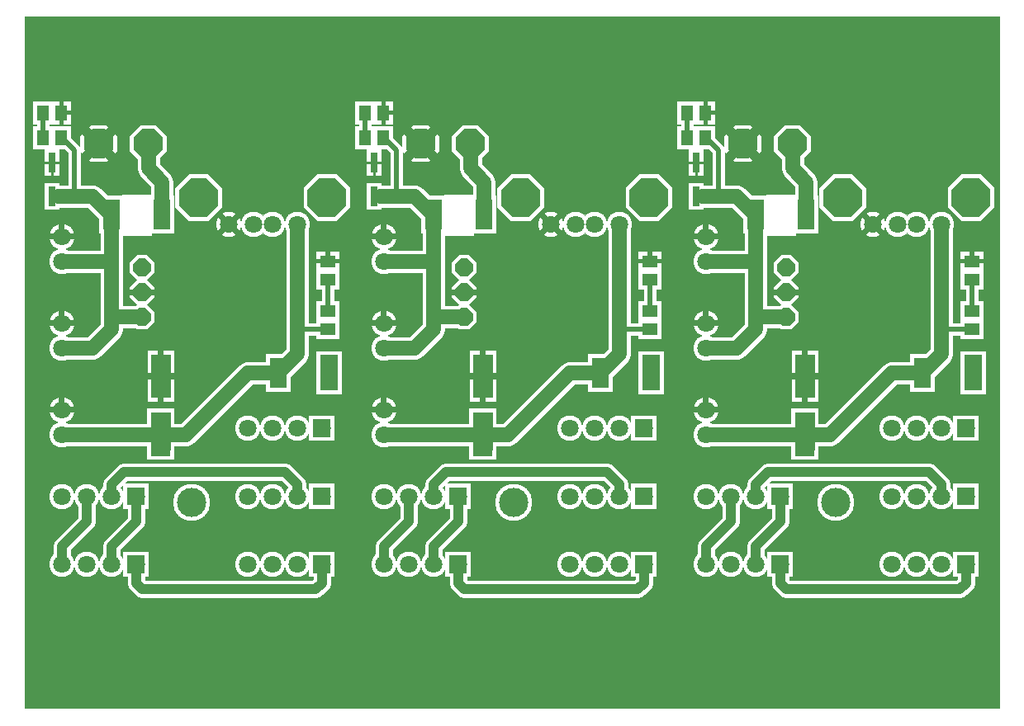
<source format=gbr>
%FSLAX34Y34*%
%MOMM*%
%LNCOPPER_TOP*%
G71*
G01*
%ADD10C, 2.60*%
%ADD11R, 2.58X3.95*%
%ADD12C, 2.30*%
%ADD13R, 2.10X2.40*%
%ADD14C, 1.30*%
%ADD15C, 0.10*%
%ADD16R, 1.60X2.80*%
%ADD17R, 2.80X4.80*%
%ADD18R, 2.80X5.30*%
%ADD19C, 1.80*%
%ADD20C, 3.80*%
%ADD21R, 2.40X2.10*%
%ADD22C, 1.00*%
%ADD23C, 0.60*%
%ADD24C, 0.67*%
%ADD25C, 0.27*%
%ADD26C, 0.43*%
%ADD27C, 1.80*%
%ADD28R, 1.78X3.15*%
%ADD29C, 1.50*%
%ADD30R, 1.30X1.60*%
%ADD31C, 0.50*%
%ADD32R, 0.80X2.00*%
%ADD33R, 2.00X4.00*%
%ADD34R, 2.00X4.50*%
%ADD35C, 3.00*%
%ADD36R, 1.60X1.30*%
%LPD*%
G36*
X0Y1000000D02*
X1000000Y1000000D01*
X1000000Y290000D01*
X0Y290000D01*
X0Y1000000D01*
G37*
%LPC*%
G36*
X146000Y862065D02*
X134885Y850950D01*
X119115Y850950D01*
X108000Y862065D01*
X108000Y877835D01*
X119115Y888950D01*
X134885Y888950D01*
X146000Y877835D01*
X146000Y862065D01*
G37*
G36*
X95200Y862065D02*
X84085Y850950D01*
X68315Y850950D01*
X57200Y862065D01*
X57200Y877835D01*
X68315Y888950D01*
X84085Y888950D01*
X95200Y877835D01*
X95200Y862065D01*
G37*
X38100Y749300D02*
G54D10*
D03*
X38100Y774700D02*
G54D10*
D03*
X38100Y660400D02*
G54D10*
D03*
X38100Y685800D02*
G54D10*
D03*
G36*
X57200Y877835D02*
X68315Y888950D01*
X84085Y888950D01*
X95200Y877835D01*
X95200Y862065D01*
X84085Y850950D01*
X68315Y850950D01*
X57200Y862065D01*
X57200Y877835D01*
G37*
X38100Y774700D02*
G54D10*
D03*
X38100Y685800D02*
G54D10*
D03*
X209550Y787400D02*
G54D10*
D03*
G36*
X126045Y755950D02*
X133650Y748345D01*
X133650Y737555D01*
X126045Y729950D01*
X115255Y729950D01*
X107650Y737555D01*
X107650Y748345D01*
X115255Y755950D01*
X126045Y755950D01*
G37*
G36*
X126045Y730550D02*
X133650Y722945D01*
X133650Y712155D01*
X126045Y704550D01*
X115255Y704550D01*
X107650Y712155D01*
X107650Y722945D01*
X115255Y730550D01*
X126045Y730550D01*
G37*
G36*
X126045Y705150D02*
X133650Y697545D01*
X133650Y686755D01*
X126045Y679150D01*
X115255Y679150D01*
X107650Y686755D01*
X107650Y697545D01*
X115255Y705150D01*
X126045Y705150D01*
G37*
G36*
X126045Y730550D02*
X133650Y722945D01*
X133650Y712155D01*
X126045Y704550D01*
X115255Y704550D01*
X107650Y712155D01*
X107650Y722945D01*
X115255Y730550D01*
X126045Y730550D01*
G37*
X140891Y796925D02*
G54D11*
D03*
X88900Y796925D02*
G54D11*
D03*
G54D12*
X127000Y869950D02*
X127000Y844550D01*
X141288Y830262D01*
X141288Y797322D01*
X140891Y796925D01*
X279400Y787400D02*
G54D10*
D03*
X254397Y787400D02*
G54D10*
D03*
X234553Y787400D02*
G54D10*
D03*
X209550Y787400D02*
G54D10*
D03*
G36*
X334158Y804427D02*
X320118Y790387D01*
X300198Y790387D01*
X286158Y804427D01*
X286158Y824347D01*
X300198Y838387D01*
X320118Y838387D01*
X334158Y824347D01*
X334158Y804427D01*
G37*
G36*
X202594Y804427D02*
X188554Y790387D01*
X168634Y790387D01*
X154594Y804427D01*
X154594Y824347D01*
X168634Y838387D01*
X188554Y838387D01*
X202594Y824347D01*
X202594Y804427D01*
G37*
G54D12*
X38100Y660400D02*
X69850Y660400D01*
X88900Y679450D01*
X88900Y796925D01*
G54D12*
X38100Y749300D02*
X88900Y749300D01*
X19050Y876300D02*
G54D13*
D03*
X38050Y876300D02*
G54D13*
D03*
X19050Y901700D02*
G54D13*
D03*
X38050Y901700D02*
G54D13*
D03*
G54D14*
X19050Y876300D02*
X19050Y901700D01*
G36*
X100012Y817562D02*
X130175Y817562D01*
X130175Y776288D01*
X100012Y776288D01*
X100012Y817562D01*
G37*
G54D15*
X100012Y817562D02*
X130175Y817562D01*
X130175Y776288D01*
X100012Y776288D01*
X100012Y817562D01*
X28575Y815975D02*
G54D16*
D03*
X28575Y850305D02*
G54D16*
D03*
G54D12*
X34925Y815975D02*
X69850Y815975D01*
X85725Y800100D01*
G54D14*
X38050Y876300D02*
X38100Y876300D01*
X50800Y863600D01*
X50800Y815975D01*
X139700Y628650D02*
G54D17*
D03*
X139700Y574675D02*
G54D17*
D03*
X139700Y631031D02*
G54D18*
D03*
G36*
X125700Y598397D02*
X153700Y598397D01*
X153700Y545397D01*
X125700Y545397D01*
X125700Y598397D01*
G37*
X228600Y577850D02*
G54D10*
D03*
X254000Y577850D02*
G54D10*
D03*
X279400Y577850D02*
G54D10*
D03*
X304800Y577850D02*
G54D10*
D03*
X228600Y508000D02*
G54D10*
D03*
X254000Y508000D02*
G54D10*
D03*
X279400Y508000D02*
G54D10*
D03*
X304800Y508000D02*
G54D10*
D03*
X38100Y508000D02*
G54D10*
D03*
X63500Y508000D02*
G54D10*
D03*
X88900Y508000D02*
G54D10*
D03*
X114300Y508000D02*
G54D10*
D03*
X38100Y438150D02*
G54D10*
D03*
X63500Y438150D02*
G54D10*
D03*
X88900Y438150D02*
G54D10*
D03*
X114300Y438150D02*
G54D10*
D03*
X228600Y438150D02*
G54D10*
D03*
X254000Y438150D02*
G54D10*
D03*
X279400Y438150D02*
G54D10*
D03*
X304800Y438150D02*
G54D10*
D03*
X38100Y571500D02*
G54D10*
D03*
X38100Y596900D02*
G54D10*
D03*
X38100Y596900D02*
G54D10*
D03*
G36*
X291800Y451150D02*
X317800Y451150D01*
X317800Y425150D01*
X291800Y425150D01*
X291800Y451150D01*
G37*
G36*
X101300Y521000D02*
X127300Y521000D01*
X127300Y495000D01*
X101300Y495000D01*
X101300Y521000D01*
G37*
G36*
X101300Y451150D02*
X127300Y451150D01*
X127300Y425150D01*
X101300Y425150D01*
X101300Y451150D01*
G37*
G36*
X291800Y521000D02*
X317800Y521000D01*
X317800Y495000D01*
X291800Y495000D01*
X291800Y521000D01*
G37*
G36*
X291800Y590850D02*
X317800Y590850D01*
X317800Y564850D01*
X291800Y564850D01*
X291800Y590850D01*
G37*
G54D19*
X114300Y438150D02*
X114300Y419100D01*
X120650Y412750D01*
X298450Y412750D01*
X304800Y419100D01*
X304800Y438150D01*
G54D19*
X88900Y438150D02*
X88900Y457200D01*
X114300Y482600D01*
X114300Y508000D01*
G54D19*
X88900Y508000D02*
X88900Y520700D01*
X101600Y533400D01*
X266700Y533400D01*
X279400Y520700D01*
X279400Y508000D01*
G54D19*
X38100Y438150D02*
X38100Y457200D01*
X63500Y482600D01*
X63500Y508000D01*
X171450Y501650D02*
G54D20*
D03*
G54D12*
X120650Y692150D02*
X88900Y692150D01*
X260350Y635000D02*
G54D11*
D03*
X312341Y635000D02*
G54D11*
D03*
G54D12*
X38100Y571500D02*
X139700Y571500D01*
G54D12*
X139700Y571500D02*
X165100Y571500D01*
X228600Y635000D01*
X260350Y635000D01*
G36*
X299341Y657000D02*
X325341Y657000D01*
X325341Y613000D01*
X299341Y613000D01*
X299341Y657000D01*
G37*
G54D12*
X260350Y635000D02*
X279400Y654050D01*
X279400Y787400D01*
X139700Y631030D02*
G54D18*
D03*
X28580Y850300D02*
G54D16*
D03*
X38050Y901700D02*
G54D13*
D03*
X311150Y749300D02*
G54D21*
D03*
X311150Y730300D02*
G54D21*
D03*
X311150Y698500D02*
G54D21*
D03*
X311150Y679500D02*
G54D21*
D03*
X311150Y749300D02*
G54D21*
D03*
G54D14*
X311150Y698500D02*
X311150Y730300D01*
G54D14*
X311150Y679500D02*
X279450Y679500D01*
X279400Y679450D01*
G36*
X476200Y862065D02*
X465085Y850950D01*
X449315Y850950D01*
X438200Y862065D01*
X438200Y877835D01*
X449315Y888950D01*
X465085Y888950D01*
X476200Y877835D01*
X476200Y862065D01*
G37*
G36*
X425400Y862065D02*
X414285Y850950D01*
X398515Y850950D01*
X387400Y862065D01*
X387400Y877835D01*
X398515Y888950D01*
X414285Y888950D01*
X425400Y877835D01*
X425400Y862065D01*
G37*
X368300Y749300D02*
G54D10*
D03*
X368300Y774700D02*
G54D10*
D03*
X368300Y660400D02*
G54D10*
D03*
X368300Y685800D02*
G54D10*
D03*
G36*
X387400Y877835D02*
X398515Y888950D01*
X414285Y888950D01*
X425400Y877835D01*
X425400Y862065D01*
X414285Y850950D01*
X398515Y850950D01*
X387400Y862065D01*
X387400Y877835D01*
G37*
X368300Y774700D02*
G54D10*
D03*
X368300Y685800D02*
G54D10*
D03*
X539750Y787400D02*
G54D10*
D03*
G36*
X456245Y755950D02*
X463850Y748345D01*
X463850Y737555D01*
X456245Y729950D01*
X445455Y729950D01*
X437850Y737555D01*
X437850Y748345D01*
X445455Y755950D01*
X456245Y755950D01*
G37*
G36*
X456245Y730550D02*
X463850Y722945D01*
X463850Y712155D01*
X456245Y704550D01*
X445455Y704550D01*
X437850Y712155D01*
X437850Y722945D01*
X445455Y730550D01*
X456245Y730550D01*
G37*
G36*
X456245Y705150D02*
X463850Y697545D01*
X463850Y686755D01*
X456245Y679150D01*
X445455Y679150D01*
X437850Y686755D01*
X437850Y697545D01*
X445455Y705150D01*
X456245Y705150D01*
G37*
G36*
X456245Y730550D02*
X463850Y722945D01*
X463850Y712155D01*
X456245Y704550D01*
X445455Y704550D01*
X437850Y712155D01*
X437850Y722945D01*
X445455Y730550D01*
X456245Y730550D01*
G37*
X471091Y796925D02*
G54D11*
D03*
X419100Y796925D02*
G54D11*
D03*
G54D12*
X457200Y869950D02*
X457200Y844550D01*
X471488Y830262D01*
X471488Y797322D01*
X471091Y796925D01*
X609600Y787400D02*
G54D10*
D03*
X584597Y787400D02*
G54D10*
D03*
X564753Y787400D02*
G54D10*
D03*
X539750Y787400D02*
G54D10*
D03*
G36*
X664358Y804428D02*
X650318Y790388D01*
X630398Y790388D01*
X616358Y804428D01*
X616358Y824348D01*
X630398Y838388D01*
X650318Y838388D01*
X664358Y824348D01*
X664358Y804428D01*
G37*
G36*
X532794Y804427D02*
X518754Y790387D01*
X498834Y790387D01*
X484794Y804427D01*
X484794Y824347D01*
X498834Y838387D01*
X518754Y838387D01*
X532794Y824347D01*
X532794Y804427D01*
G37*
G54D12*
X368300Y660400D02*
X400050Y660400D01*
X419100Y679450D01*
X419100Y796925D01*
G54D12*
X368300Y749300D02*
X419100Y749300D01*
X349250Y876300D02*
G54D13*
D03*
X368250Y876300D02*
G54D13*
D03*
X349250Y901700D02*
G54D13*
D03*
X368250Y901700D02*
G54D13*
D03*
G54D14*
X349250Y876300D02*
X349250Y901700D01*
G36*
X430212Y817562D02*
X460375Y817562D01*
X460375Y776288D01*
X430212Y776288D01*
X430212Y817562D01*
G37*
G54D15*
X430212Y817562D02*
X460375Y817562D01*
X460375Y776288D01*
X430212Y776288D01*
X430212Y817562D01*
X358775Y815975D02*
G54D16*
D03*
X358775Y850305D02*
G54D16*
D03*
G54D12*
X365125Y815975D02*
X400050Y815975D01*
X415925Y800100D01*
G54D14*
X368250Y876300D02*
X368300Y876300D01*
X381000Y863600D01*
X381000Y815975D01*
X469900Y628650D02*
G54D17*
D03*
X469900Y574675D02*
G54D17*
D03*
X469900Y631031D02*
G54D18*
D03*
G36*
X455900Y598397D02*
X483900Y598397D01*
X483900Y545397D01*
X455900Y545397D01*
X455900Y598397D01*
G37*
X558800Y577850D02*
G54D10*
D03*
X584200Y577850D02*
G54D10*
D03*
X609600Y577850D02*
G54D10*
D03*
X635000Y577850D02*
G54D10*
D03*
X558800Y508000D02*
G54D10*
D03*
X584200Y508000D02*
G54D10*
D03*
X609600Y508000D02*
G54D10*
D03*
X635000Y508000D02*
G54D10*
D03*
X368300Y508000D02*
G54D10*
D03*
X393700Y508000D02*
G54D10*
D03*
X419100Y508000D02*
G54D10*
D03*
X444500Y508000D02*
G54D10*
D03*
X368300Y438150D02*
G54D10*
D03*
X393700Y438150D02*
G54D10*
D03*
X419100Y438150D02*
G54D10*
D03*
X444500Y438150D02*
G54D10*
D03*
X558800Y438150D02*
G54D10*
D03*
X584200Y438150D02*
G54D10*
D03*
X609600Y438150D02*
G54D10*
D03*
X635000Y438150D02*
G54D10*
D03*
X368300Y571500D02*
G54D10*
D03*
X368300Y596900D02*
G54D10*
D03*
X368300Y596900D02*
G54D10*
D03*
G36*
X622000Y451150D02*
X648000Y451150D01*
X648000Y425150D01*
X622000Y425150D01*
X622000Y451150D01*
G37*
G36*
X431500Y521000D02*
X457500Y521000D01*
X457500Y495000D01*
X431500Y495000D01*
X431500Y521000D01*
G37*
G36*
X431500Y451150D02*
X457500Y451150D01*
X457500Y425150D01*
X431500Y425150D01*
X431500Y451150D01*
G37*
G36*
X622000Y521000D02*
X648000Y521000D01*
X648000Y495000D01*
X622000Y495000D01*
X622000Y521000D01*
G37*
G36*
X622000Y590850D02*
X648000Y590850D01*
X648000Y564850D01*
X622000Y564850D01*
X622000Y590850D01*
G37*
G54D19*
X444500Y438150D02*
X444500Y419100D01*
X450850Y412750D01*
X628650Y412750D01*
X635000Y419100D01*
X635000Y438150D01*
G54D19*
X419100Y438150D02*
X419100Y457200D01*
X444500Y482600D01*
X444500Y508000D01*
G54D19*
X419100Y508000D02*
X419100Y520700D01*
X431800Y533400D01*
X596900Y533400D01*
X609600Y520700D01*
X609600Y508000D01*
G54D19*
X368300Y438150D02*
X368300Y457200D01*
X393700Y482600D01*
X393700Y508000D01*
X501650Y501650D02*
G54D20*
D03*
G54D12*
X450850Y692150D02*
X419100Y692150D01*
X590550Y635000D02*
G54D11*
D03*
X642541Y635000D02*
G54D11*
D03*
G54D12*
X368300Y571500D02*
X469900Y571500D01*
G54D12*
X469900Y571500D02*
X495300Y571500D01*
X558800Y635000D01*
X590550Y635000D01*
G36*
X629541Y657000D02*
X655541Y657000D01*
X655541Y613000D01*
X629541Y613000D01*
X629541Y657000D01*
G37*
G54D12*
X590550Y635000D02*
X609600Y654050D01*
X609600Y787400D01*
X469900Y631030D02*
G54D18*
D03*
X358780Y850300D02*
G54D16*
D03*
X368250Y901700D02*
G54D13*
D03*
X641350Y749300D02*
G54D21*
D03*
X641350Y730300D02*
G54D21*
D03*
X641350Y698500D02*
G54D21*
D03*
X641350Y679500D02*
G54D21*
D03*
X641350Y749300D02*
G54D21*
D03*
G54D14*
X641350Y698500D02*
X641350Y730300D01*
G54D14*
X641350Y679500D02*
X609650Y679500D01*
X609600Y679450D01*
G36*
X806400Y862065D02*
X795285Y850950D01*
X779515Y850950D01*
X768400Y862065D01*
X768400Y877835D01*
X779515Y888950D01*
X795285Y888950D01*
X806400Y877835D01*
X806400Y862065D01*
G37*
G36*
X755600Y862065D02*
X744485Y850950D01*
X728715Y850950D01*
X717600Y862065D01*
X717600Y877835D01*
X728715Y888950D01*
X744485Y888950D01*
X755600Y877835D01*
X755600Y862065D01*
G37*
X698500Y749300D02*
G54D10*
D03*
X698500Y774700D02*
G54D10*
D03*
X698500Y660400D02*
G54D10*
D03*
X698500Y685800D02*
G54D10*
D03*
G36*
X717600Y877835D02*
X728715Y888950D01*
X744485Y888950D01*
X755600Y877835D01*
X755600Y862065D01*
X744485Y850950D01*
X728715Y850950D01*
X717600Y862065D01*
X717600Y877835D01*
G37*
X698500Y774700D02*
G54D10*
D03*
X698500Y685800D02*
G54D10*
D03*
X869950Y787400D02*
G54D10*
D03*
G36*
X786445Y755950D02*
X794050Y748345D01*
X794050Y737555D01*
X786445Y729950D01*
X775655Y729950D01*
X768050Y737555D01*
X768050Y748345D01*
X775655Y755950D01*
X786445Y755950D01*
G37*
G36*
X786445Y730550D02*
X794050Y722945D01*
X794050Y712155D01*
X786445Y704550D01*
X775655Y704550D01*
X768050Y712155D01*
X768050Y722945D01*
X775655Y730550D01*
X786445Y730550D01*
G37*
G36*
X786445Y705150D02*
X794050Y697545D01*
X794050Y686755D01*
X786445Y679150D01*
X775655Y679150D01*
X768050Y686755D01*
X768050Y697545D01*
X775655Y705150D01*
X786445Y705150D01*
G37*
G36*
X786445Y730550D02*
X794050Y722945D01*
X794050Y712155D01*
X786445Y704550D01*
X775655Y704550D01*
X768050Y712155D01*
X768050Y722945D01*
X775655Y730550D01*
X786445Y730550D01*
G37*
X801291Y796925D02*
G54D11*
D03*
X749300Y796925D02*
G54D11*
D03*
G54D12*
X787400Y869950D02*
X787400Y844550D01*
X801688Y830262D01*
X801688Y797322D01*
X801291Y796925D01*
X939800Y787400D02*
G54D10*
D03*
X914797Y787400D02*
G54D10*
D03*
X894953Y787400D02*
G54D10*
D03*
X869950Y787400D02*
G54D10*
D03*
G36*
X994558Y804428D02*
X980518Y790388D01*
X960598Y790388D01*
X946558Y804428D01*
X946558Y824348D01*
X960598Y838388D01*
X980518Y838388D01*
X994558Y824348D01*
X994558Y804428D01*
G37*
G36*
X862994Y804427D02*
X848954Y790387D01*
X829034Y790387D01*
X814994Y804427D01*
X814994Y824347D01*
X829034Y838387D01*
X848954Y838387D01*
X862994Y824347D01*
X862994Y804427D01*
G37*
G54D12*
X698500Y660400D02*
X730250Y660400D01*
X749300Y679450D01*
X749300Y796925D01*
G54D12*
X698500Y749300D02*
X749300Y749300D01*
X679450Y876300D02*
G54D13*
D03*
X698450Y876300D02*
G54D13*
D03*
X679450Y901700D02*
G54D13*
D03*
X698450Y901700D02*
G54D13*
D03*
G54D14*
X679450Y876300D02*
X679450Y901700D01*
G36*
X760412Y817562D02*
X790575Y817562D01*
X790575Y776288D01*
X760412Y776288D01*
X760412Y817562D01*
G37*
G54D15*
X760412Y817562D02*
X790575Y817562D01*
X790575Y776288D01*
X760412Y776288D01*
X760412Y817562D01*
X688975Y815975D02*
G54D16*
D03*
X688975Y850305D02*
G54D16*
D03*
G54D12*
X695325Y815975D02*
X730250Y815975D01*
X746125Y800100D01*
G54D14*
X698450Y876300D02*
X698500Y876300D01*
X711200Y863600D01*
X711200Y815975D01*
X800100Y628650D02*
G54D17*
D03*
X800100Y574675D02*
G54D17*
D03*
X800100Y631031D02*
G54D18*
D03*
G36*
X786100Y598397D02*
X814100Y598397D01*
X814100Y545397D01*
X786100Y545397D01*
X786100Y598397D01*
G37*
X889000Y577850D02*
G54D10*
D03*
X914400Y577850D02*
G54D10*
D03*
X939800Y577850D02*
G54D10*
D03*
X965200Y577850D02*
G54D10*
D03*
X889000Y508000D02*
G54D10*
D03*
X914400Y508000D02*
G54D10*
D03*
X939800Y508000D02*
G54D10*
D03*
X965200Y508000D02*
G54D10*
D03*
X698500Y508000D02*
G54D10*
D03*
X723900Y508000D02*
G54D10*
D03*
X749300Y508000D02*
G54D10*
D03*
X774700Y508000D02*
G54D10*
D03*
X698500Y438150D02*
G54D10*
D03*
X723900Y438150D02*
G54D10*
D03*
X749300Y438150D02*
G54D10*
D03*
X774700Y438150D02*
G54D10*
D03*
X889000Y438150D02*
G54D10*
D03*
X914400Y438150D02*
G54D10*
D03*
X939800Y438150D02*
G54D10*
D03*
X965200Y438150D02*
G54D10*
D03*
X698500Y571500D02*
G54D10*
D03*
X698500Y596900D02*
G54D10*
D03*
X698500Y596900D02*
G54D10*
D03*
G36*
X952200Y451150D02*
X978200Y451150D01*
X978200Y425150D01*
X952200Y425150D01*
X952200Y451150D01*
G37*
G36*
X761700Y521000D02*
X787700Y521000D01*
X787700Y495000D01*
X761700Y495000D01*
X761700Y521000D01*
G37*
G36*
X761700Y451150D02*
X787700Y451150D01*
X787700Y425150D01*
X761700Y425150D01*
X761700Y451150D01*
G37*
G36*
X952200Y521000D02*
X978200Y521000D01*
X978200Y495000D01*
X952200Y495000D01*
X952200Y521000D01*
G37*
G36*
X952200Y590850D02*
X978200Y590850D01*
X978200Y564850D01*
X952200Y564850D01*
X952200Y590850D01*
G37*
G54D19*
X774700Y438150D02*
X774700Y419100D01*
X781050Y412750D01*
X958850Y412750D01*
X965200Y419100D01*
X965200Y438150D01*
G54D19*
X749300Y438150D02*
X749300Y457200D01*
X774700Y482600D01*
X774700Y508000D01*
G54D19*
X749300Y508000D02*
X749300Y520700D01*
X762000Y533400D01*
X927100Y533400D01*
X939800Y520700D01*
X939800Y508000D01*
G54D19*
X698500Y438150D02*
X698500Y457200D01*
X723900Y482600D01*
X723900Y508000D01*
X831850Y501650D02*
G54D20*
D03*
G54D12*
X781050Y692150D02*
X749300Y692150D01*
X920750Y635000D02*
G54D11*
D03*
X972741Y635000D02*
G54D11*
D03*
G54D12*
X698500Y571500D02*
X800100Y571500D01*
G54D12*
X800100Y571500D02*
X825500Y571500D01*
X889000Y635000D01*
X920750Y635000D01*
G36*
X959741Y657000D02*
X985741Y657000D01*
X985741Y613000D01*
X959741Y613000D01*
X959741Y657000D01*
G37*
G54D12*
X920750Y635000D02*
X939800Y654050D01*
X939800Y787400D01*
X800100Y631030D02*
G54D18*
D03*
X688980Y850300D02*
G54D16*
D03*
X698450Y901700D02*
G54D13*
D03*
X971550Y749300D02*
G54D21*
D03*
X971550Y730300D02*
G54D21*
D03*
X971550Y698500D02*
G54D21*
D03*
X971550Y679500D02*
G54D21*
D03*
X971550Y749300D02*
G54D21*
D03*
G54D14*
X971550Y698500D02*
X971550Y730300D01*
G54D14*
X971550Y679500D02*
X939850Y679500D01*
X939800Y679450D01*
%LPD*%
G54D22*
G36*
X72664Y873486D02*
X86453Y887274D01*
X93524Y880203D01*
X79736Y866414D01*
X72664Y873486D01*
G37*
G36*
X79736Y873486D02*
X93524Y859697D01*
X86453Y852626D01*
X72664Y866414D01*
X79736Y873486D01*
G37*
G36*
X79736Y866414D02*
X65947Y852626D01*
X58876Y859697D01*
X72664Y873486D01*
X79736Y866414D01*
G37*
G36*
X72664Y866414D02*
X58876Y880203D01*
X65947Y887274D01*
X79736Y873486D01*
X72664Y866414D01*
G37*
G54D23*
G36*
X35100Y774700D02*
X35100Y788200D01*
X41100Y788200D01*
X41100Y774700D01*
X35100Y774700D01*
G37*
G36*
X38100Y777700D02*
X51600Y777700D01*
X51600Y771700D01*
X38100Y771700D01*
X38100Y777700D01*
G37*
G36*
X38100Y771700D02*
X24600Y771700D01*
X24600Y777700D01*
X38100Y777700D01*
X38100Y771700D01*
G37*
G54D23*
G36*
X35100Y685800D02*
X35100Y699300D01*
X41100Y699300D01*
X41100Y685800D01*
X35100Y685800D01*
G37*
G36*
X38100Y688800D02*
X51600Y688800D01*
X51600Y682800D01*
X38100Y682800D01*
X38100Y688800D01*
G37*
G36*
X38100Y682800D02*
X24600Y682800D01*
X24600Y688800D01*
X38100Y688800D01*
X38100Y682800D01*
G37*
G54D23*
G36*
X207429Y789521D02*
X216975Y799067D01*
X221217Y794825D01*
X211671Y785279D01*
X207429Y789521D01*
G37*
G36*
X211671Y789521D02*
X221217Y779975D01*
X216975Y775733D01*
X207429Y785279D01*
X211671Y789521D01*
G37*
G36*
X211671Y785279D02*
X202125Y775733D01*
X197883Y779975D01*
X207429Y789521D01*
X211671Y785279D01*
G37*
G36*
X207429Y785279D02*
X197883Y794825D01*
X202125Y799067D01*
X211671Y789521D01*
X207429Y785279D01*
G37*
G54D23*
G36*
X120650Y720550D02*
X134150Y720550D01*
X134150Y714550D01*
X120650Y714550D01*
X120650Y720550D01*
G37*
G36*
X120650Y714550D02*
X107150Y714550D01*
X107150Y720550D01*
X120650Y720550D01*
X120650Y714550D01*
G37*
G54D23*
G36*
X35100Y596900D02*
X35100Y610400D01*
X41100Y610400D01*
X41100Y596900D01*
X35100Y596900D01*
G37*
G36*
X38100Y599900D02*
X51600Y599900D01*
X51600Y593900D01*
X38100Y593900D01*
X38100Y599900D01*
G37*
G36*
X38100Y593900D02*
X24600Y593900D01*
X24600Y599900D01*
X38100Y599900D01*
X38100Y593900D01*
G37*
G54D24*
G36*
X136366Y631030D02*
X136366Y658030D01*
X143034Y658030D01*
X143034Y631030D01*
X136366Y631030D01*
G37*
G36*
X139700Y634364D02*
X154200Y634364D01*
X154200Y627696D01*
X139700Y627696D01*
X139700Y634364D01*
G37*
G36*
X143034Y631030D02*
X143034Y604030D01*
X136366Y604030D01*
X136366Y631030D01*
X143034Y631030D01*
G37*
G36*
X139700Y627696D02*
X125200Y627696D01*
X125200Y634364D01*
X139700Y634364D01*
X139700Y627696D01*
G37*
G54D25*
G36*
X28580Y851634D02*
X37080Y851634D01*
X37080Y848966D01*
X28580Y848966D01*
X28580Y851634D01*
G37*
G36*
X29914Y850300D02*
X29914Y835800D01*
X27246Y835800D01*
X27246Y850300D01*
X29914Y850300D01*
G37*
G36*
X28580Y848966D02*
X20080Y848966D01*
X20080Y851634D01*
X28580Y851634D01*
X28580Y848966D01*
G37*
G54D26*
G36*
X35884Y901700D02*
X35884Y914200D01*
X40216Y914200D01*
X40216Y901700D01*
X35884Y901700D01*
G37*
G36*
X38050Y903866D02*
X49050Y903866D01*
X49050Y899534D01*
X38050Y899534D01*
X38050Y903866D01*
G37*
G36*
X40216Y901700D02*
X40216Y889200D01*
X35884Y889200D01*
X35884Y901700D01*
X40216Y901700D01*
G37*
G54D26*
G36*
X311150Y747134D02*
X298650Y747134D01*
X298650Y751466D01*
X311150Y751466D01*
X311150Y747134D01*
G37*
G36*
X308984Y749300D02*
X308984Y760300D01*
X313316Y760300D01*
X313316Y749300D01*
X308984Y749300D01*
G37*
G36*
X311150Y751466D02*
X323650Y751466D01*
X323650Y747134D01*
X311150Y747134D01*
X311150Y751466D01*
G37*
G54D22*
G36*
X402864Y873486D02*
X416653Y887274D01*
X423724Y880203D01*
X409936Y866414D01*
X402864Y873486D01*
G37*
G36*
X409936Y873486D02*
X423724Y859697D01*
X416653Y852626D01*
X402864Y866414D01*
X409936Y873486D01*
G37*
G36*
X409936Y866414D02*
X396147Y852626D01*
X389076Y859697D01*
X402864Y873486D01*
X409936Y866414D01*
G37*
G36*
X402864Y866414D02*
X389076Y880203D01*
X396147Y887274D01*
X409936Y873486D01*
X402864Y866414D01*
G37*
G54D23*
G36*
X365300Y774700D02*
X365300Y788200D01*
X371300Y788200D01*
X371300Y774700D01*
X365300Y774700D01*
G37*
G36*
X368300Y777700D02*
X381800Y777700D01*
X381800Y771700D01*
X368300Y771700D01*
X368300Y777700D01*
G37*
G36*
X368300Y771700D02*
X354800Y771700D01*
X354800Y777700D01*
X368300Y777700D01*
X368300Y771700D01*
G37*
G54D23*
G36*
X365300Y685800D02*
X365300Y699300D01*
X371300Y699300D01*
X371300Y685800D01*
X365300Y685800D01*
G37*
G36*
X368300Y688800D02*
X381800Y688800D01*
X381800Y682800D01*
X368300Y682800D01*
X368300Y688800D01*
G37*
G36*
X368300Y682800D02*
X354800Y682800D01*
X354800Y688800D01*
X368300Y688800D01*
X368300Y682800D01*
G37*
G54D23*
G36*
X537629Y789521D02*
X547175Y799067D01*
X551417Y794825D01*
X541871Y785279D01*
X537629Y789521D01*
G37*
G36*
X541871Y789521D02*
X551417Y779975D01*
X547175Y775733D01*
X537629Y785279D01*
X541871Y789521D01*
G37*
G36*
X541871Y785279D02*
X532325Y775733D01*
X528083Y779975D01*
X537629Y789521D01*
X541871Y785279D01*
G37*
G36*
X537629Y785279D02*
X528083Y794825D01*
X532325Y799067D01*
X541871Y789521D01*
X537629Y785279D01*
G37*
G54D23*
G36*
X450850Y720550D02*
X464350Y720550D01*
X464350Y714550D01*
X450850Y714550D01*
X450850Y720550D01*
G37*
G36*
X450850Y714550D02*
X437350Y714550D01*
X437350Y720550D01*
X450850Y720550D01*
X450850Y714550D01*
G37*
G54D23*
G36*
X365300Y596900D02*
X365300Y610400D01*
X371300Y610400D01*
X371300Y596900D01*
X365300Y596900D01*
G37*
G36*
X368300Y599900D02*
X381800Y599900D01*
X381800Y593900D01*
X368300Y593900D01*
X368300Y599900D01*
G37*
G36*
X368300Y593900D02*
X354800Y593900D01*
X354800Y599900D01*
X368300Y599900D01*
X368300Y593900D01*
G37*
G54D24*
G36*
X466566Y631030D02*
X466566Y658030D01*
X473234Y658030D01*
X473234Y631030D01*
X466566Y631030D01*
G37*
G36*
X469900Y634364D02*
X484400Y634364D01*
X484400Y627696D01*
X469900Y627696D01*
X469900Y634364D01*
G37*
G36*
X473234Y631030D02*
X473234Y604030D01*
X466566Y604030D01*
X466566Y631030D01*
X473234Y631030D01*
G37*
G36*
X469900Y627696D02*
X455400Y627696D01*
X455400Y634364D01*
X469900Y634364D01*
X469900Y627696D01*
G37*
G54D25*
G36*
X358780Y851634D02*
X367280Y851634D01*
X367280Y848966D01*
X358780Y848966D01*
X358780Y851634D01*
G37*
G36*
X360114Y850300D02*
X360114Y835800D01*
X357446Y835800D01*
X357446Y850300D01*
X360114Y850300D01*
G37*
G36*
X358780Y848966D02*
X350280Y848966D01*
X350280Y851634D01*
X358780Y851634D01*
X358780Y848966D01*
G37*
G54D26*
G36*
X366084Y901700D02*
X366084Y914200D01*
X370416Y914200D01*
X370416Y901700D01*
X366084Y901700D01*
G37*
G36*
X368250Y903866D02*
X379250Y903866D01*
X379250Y899534D01*
X368250Y899534D01*
X368250Y903866D01*
G37*
G36*
X370416Y901700D02*
X370416Y889200D01*
X366084Y889200D01*
X366084Y901700D01*
X370416Y901700D01*
G37*
G54D26*
G36*
X641350Y747134D02*
X628850Y747134D01*
X628850Y751466D01*
X641350Y751466D01*
X641350Y747134D01*
G37*
G36*
X639184Y749300D02*
X639184Y760300D01*
X643516Y760300D01*
X643516Y749300D01*
X639184Y749300D01*
G37*
G36*
X641350Y751466D02*
X653850Y751466D01*
X653850Y747134D01*
X641350Y747134D01*
X641350Y751466D01*
G37*
G54D22*
G36*
X733064Y873486D02*
X746853Y887274D01*
X753924Y880203D01*
X740136Y866414D01*
X733064Y873486D01*
G37*
G36*
X740136Y873486D02*
X753924Y859697D01*
X746853Y852626D01*
X733064Y866414D01*
X740136Y873486D01*
G37*
G36*
X740136Y866414D02*
X726347Y852626D01*
X719276Y859697D01*
X733064Y873486D01*
X740136Y866414D01*
G37*
G36*
X733064Y866414D02*
X719276Y880203D01*
X726347Y887274D01*
X740136Y873486D01*
X733064Y866414D01*
G37*
G54D23*
G36*
X695500Y774700D02*
X695500Y788200D01*
X701500Y788200D01*
X701500Y774700D01*
X695500Y774700D01*
G37*
G36*
X698500Y777700D02*
X712000Y777700D01*
X712000Y771700D01*
X698500Y771700D01*
X698500Y777700D01*
G37*
G36*
X698500Y771700D02*
X685000Y771700D01*
X685000Y777700D01*
X698500Y777700D01*
X698500Y771700D01*
G37*
G54D23*
G36*
X695500Y685800D02*
X695500Y699300D01*
X701500Y699300D01*
X701500Y685800D01*
X695500Y685800D01*
G37*
G36*
X698500Y688800D02*
X712000Y688800D01*
X712000Y682800D01*
X698500Y682800D01*
X698500Y688800D01*
G37*
G36*
X698500Y682800D02*
X685000Y682800D01*
X685000Y688800D01*
X698500Y688800D01*
X698500Y682800D01*
G37*
G54D23*
G36*
X867829Y789521D02*
X877375Y799067D01*
X881617Y794825D01*
X872071Y785279D01*
X867829Y789521D01*
G37*
G36*
X872071Y789521D02*
X881617Y779975D01*
X877375Y775733D01*
X867829Y785279D01*
X872071Y789521D01*
G37*
G36*
X872071Y785279D02*
X862525Y775733D01*
X858283Y779975D01*
X867829Y789521D01*
X872071Y785279D01*
G37*
G36*
X867829Y785279D02*
X858283Y794825D01*
X862525Y799067D01*
X872071Y789521D01*
X867829Y785279D01*
G37*
G54D23*
G36*
X781050Y720550D02*
X794550Y720550D01*
X794550Y714550D01*
X781050Y714550D01*
X781050Y720550D01*
G37*
G36*
X781050Y714550D02*
X767550Y714550D01*
X767550Y720550D01*
X781050Y720550D01*
X781050Y714550D01*
G37*
G54D23*
G36*
X695500Y596900D02*
X695500Y610400D01*
X701500Y610400D01*
X701500Y596900D01*
X695500Y596900D01*
G37*
G36*
X698500Y599900D02*
X712000Y599900D01*
X712000Y593900D01*
X698500Y593900D01*
X698500Y599900D01*
G37*
G36*
X698500Y593900D02*
X685000Y593900D01*
X685000Y599900D01*
X698500Y599900D01*
X698500Y593900D01*
G37*
G54D24*
G36*
X796766Y631030D02*
X796766Y658030D01*
X803434Y658030D01*
X803434Y631030D01*
X796766Y631030D01*
G37*
G36*
X800100Y634364D02*
X814600Y634364D01*
X814600Y627696D01*
X800100Y627696D01*
X800100Y634364D01*
G37*
G36*
X803434Y631030D02*
X803434Y604030D01*
X796766Y604030D01*
X796766Y631030D01*
X803434Y631030D01*
G37*
G36*
X800100Y627696D02*
X785600Y627696D01*
X785600Y634364D01*
X800100Y634364D01*
X800100Y627696D01*
G37*
G54D25*
G36*
X688980Y851634D02*
X697480Y851634D01*
X697480Y848966D01*
X688980Y848966D01*
X688980Y851634D01*
G37*
G36*
X690314Y850300D02*
X690314Y835800D01*
X687646Y835800D01*
X687646Y850300D01*
X690314Y850300D01*
G37*
G36*
X688980Y848966D02*
X680480Y848966D01*
X680480Y851634D01*
X688980Y851634D01*
X688980Y848966D01*
G37*
G54D26*
G36*
X696284Y901700D02*
X696284Y914200D01*
X700616Y914200D01*
X700616Y901700D01*
X696284Y901700D01*
G37*
G36*
X698450Y903866D02*
X709450Y903866D01*
X709450Y899534D01*
X698450Y899534D01*
X698450Y903866D01*
G37*
G36*
X700616Y901700D02*
X700616Y889200D01*
X696284Y889200D01*
X696284Y901700D01*
X700616Y901700D01*
G37*
G54D26*
G36*
X971550Y747134D02*
X959050Y747134D01*
X959050Y751466D01*
X971550Y751466D01*
X971550Y747134D01*
G37*
G36*
X969384Y749300D02*
X969384Y760300D01*
X973716Y760300D01*
X973716Y749300D01*
X969384Y749300D01*
G37*
G36*
X971550Y751466D02*
X984050Y751466D01*
X984050Y747134D01*
X971550Y747134D01*
X971550Y751466D01*
G37*
G36*
X142000Y863725D02*
X133225Y854950D01*
X120775Y854950D01*
X112000Y863725D01*
X112000Y876175D01*
X120775Y884950D01*
X133225Y884950D01*
X142000Y876175D01*
X142000Y863725D01*
G37*
G36*
X91200Y863725D02*
X82425Y854950D01*
X69975Y854950D01*
X61200Y863725D01*
X61200Y876175D01*
X69975Y884950D01*
X82425Y884950D01*
X91200Y876175D01*
X91200Y863725D01*
G37*
X38100Y749300D02*
G54D27*
D03*
X38100Y774700D02*
G54D27*
D03*
X38100Y660400D02*
G54D27*
D03*
X38100Y685800D02*
G54D27*
D03*
G36*
X61200Y876175D02*
X69975Y884950D01*
X82425Y884950D01*
X91200Y876175D01*
X91200Y863725D01*
X82425Y854950D01*
X69975Y854950D01*
X61200Y863725D01*
X61200Y876175D01*
G37*
X38100Y774700D02*
G54D27*
D03*
X38100Y685800D02*
G54D27*
D03*
X209550Y787400D02*
G54D27*
D03*
G36*
X124385Y751950D02*
X129650Y746685D01*
X129650Y739215D01*
X124385Y733950D01*
X116915Y733950D01*
X111650Y739215D01*
X111650Y746685D01*
X116915Y751950D01*
X124385Y751950D01*
G37*
G36*
X124385Y726550D02*
X129650Y721285D01*
X129650Y713815D01*
X124385Y708550D01*
X116915Y708550D01*
X111650Y713815D01*
X111650Y721285D01*
X116915Y726550D01*
X124385Y726550D01*
G37*
G36*
X124385Y701150D02*
X129650Y695885D01*
X129650Y688415D01*
X124385Y683150D01*
X116915Y683150D01*
X111650Y688415D01*
X111650Y695885D01*
X116915Y701150D01*
X124385Y701150D01*
G37*
G36*
X124385Y726550D02*
X129650Y721285D01*
X129650Y713815D01*
X124385Y708550D01*
X116915Y708550D01*
X111650Y713815D01*
X111650Y721285D01*
X116915Y726550D01*
X124385Y726550D01*
G37*
X140891Y796925D02*
G54D28*
D03*
X88900Y796925D02*
G54D28*
D03*
G54D29*
X127000Y869950D02*
X127000Y844550D01*
X141288Y830262D01*
X141288Y797322D01*
X140891Y796925D01*
X279400Y787400D02*
G54D27*
D03*
X254397Y787400D02*
G54D27*
D03*
X234553Y787400D02*
G54D27*
D03*
X209550Y787400D02*
G54D27*
D03*
G36*
X330158Y806087D02*
X318458Y794387D01*
X301858Y794387D01*
X290158Y806087D01*
X290158Y822687D01*
X301858Y834387D01*
X318458Y834387D01*
X330158Y822687D01*
X330158Y806087D01*
G37*
G36*
X198594Y806087D02*
X186894Y794387D01*
X170294Y794387D01*
X158594Y806087D01*
X158594Y822687D01*
X170294Y834387D01*
X186894Y834387D01*
X198594Y822687D01*
X198594Y806087D01*
G37*
G54D29*
X38100Y660400D02*
X69850Y660400D01*
X88900Y679450D01*
X88900Y796925D01*
G54D29*
X38100Y749300D02*
X88900Y749300D01*
X19050Y876300D02*
G54D30*
D03*
X38050Y876300D02*
G54D30*
D03*
X19050Y901700D02*
G54D30*
D03*
X38050Y901700D02*
G54D30*
D03*
G54D31*
X19050Y876300D02*
X19050Y901700D01*
X28575Y815975D02*
G54D32*
D03*
X28575Y850305D02*
G54D32*
D03*
G54D29*
X34925Y815975D02*
X69850Y815975D01*
X85725Y800100D01*
G54D31*
X38050Y876300D02*
X38100Y876300D01*
X50800Y863600D01*
X50800Y815975D01*
X139700Y628650D02*
G54D33*
D03*
X139700Y574675D02*
G54D33*
D03*
X139700Y631031D02*
G54D34*
D03*
G36*
X129700Y594397D02*
X149700Y594397D01*
X149700Y549397D01*
X129700Y549397D01*
X129700Y594397D01*
G37*
X228600Y577850D02*
G54D27*
D03*
X254000Y577850D02*
G54D27*
D03*
X279400Y577850D02*
G54D27*
D03*
X304800Y577850D02*
G54D27*
D03*
X228600Y508000D02*
G54D27*
D03*
X254000Y508000D02*
G54D27*
D03*
X279400Y508000D02*
G54D27*
D03*
X304800Y508000D02*
G54D27*
D03*
X38100Y508000D02*
G54D27*
D03*
X63500Y508000D02*
G54D27*
D03*
X88900Y508000D02*
G54D27*
D03*
X114300Y508000D02*
G54D27*
D03*
X38100Y438150D02*
G54D27*
D03*
X63500Y438150D02*
G54D27*
D03*
X88900Y438150D02*
G54D27*
D03*
X114300Y438150D02*
G54D27*
D03*
X228600Y438150D02*
G54D27*
D03*
X254000Y438150D02*
G54D27*
D03*
X279400Y438150D02*
G54D27*
D03*
X304800Y438150D02*
G54D27*
D03*
X38100Y571500D02*
G54D27*
D03*
X38100Y596900D02*
G54D27*
D03*
X38100Y596900D02*
G54D27*
D03*
G36*
X295800Y447150D02*
X313800Y447150D01*
X313800Y429150D01*
X295800Y429150D01*
X295800Y447150D01*
G37*
G36*
X105300Y517000D02*
X123300Y517000D01*
X123300Y499000D01*
X105300Y499000D01*
X105300Y517000D01*
G37*
G36*
X105300Y447150D02*
X123300Y447150D01*
X123300Y429150D01*
X105300Y429150D01*
X105300Y447150D01*
G37*
G36*
X295800Y517000D02*
X313800Y517000D01*
X313800Y499000D01*
X295800Y499000D01*
X295800Y517000D01*
G37*
G36*
X295800Y586850D02*
X313800Y586850D01*
X313800Y568850D01*
X295800Y568850D01*
X295800Y586850D01*
G37*
G54D22*
X114300Y438150D02*
X114300Y419100D01*
X120650Y412750D01*
X298450Y412750D01*
X304800Y419100D01*
X304800Y438150D01*
G54D22*
X88900Y438150D02*
X88900Y457200D01*
X114300Y482600D01*
X114300Y508000D01*
G54D22*
X88900Y508000D02*
X88900Y520700D01*
X101600Y533400D01*
X266700Y533400D01*
X279400Y520700D01*
X279400Y508000D01*
G54D22*
X38100Y438150D02*
X38100Y457200D01*
X63500Y482600D01*
X63500Y508000D01*
X171450Y501650D02*
G54D35*
D03*
G54D29*
X120650Y692150D02*
X88900Y692150D01*
X260350Y635000D02*
G54D28*
D03*
X312341Y635000D02*
G54D28*
D03*
G54D29*
X38100Y571500D02*
X139700Y571500D01*
G54D29*
X139700Y571500D02*
X165100Y571500D01*
X228600Y635000D01*
X260350Y635000D01*
G36*
X303341Y653000D02*
X321341Y653000D01*
X321341Y617000D01*
X303341Y617000D01*
X303341Y653000D01*
G37*
G54D29*
X260350Y635000D02*
X279400Y654050D01*
X279400Y787400D01*
X139700Y631030D02*
G54D34*
D03*
X28580Y850300D02*
G54D32*
D03*
X38050Y901700D02*
G54D30*
D03*
X311150Y749300D02*
G54D36*
D03*
X311150Y730300D02*
G54D36*
D03*
X311150Y698500D02*
G54D36*
D03*
X311150Y679500D02*
G54D36*
D03*
X311150Y749300D02*
G54D36*
D03*
G54D31*
X311150Y698500D02*
X311150Y730300D01*
G54D31*
X311150Y679500D02*
X279450Y679500D01*
X279400Y679450D01*
G36*
X472200Y863725D02*
X463425Y854950D01*
X450975Y854950D01*
X442200Y863725D01*
X442200Y876175D01*
X450975Y884950D01*
X463425Y884950D01*
X472200Y876175D01*
X472200Y863725D01*
G37*
G36*
X421400Y863725D02*
X412625Y854950D01*
X400175Y854950D01*
X391400Y863725D01*
X391400Y876175D01*
X400175Y884950D01*
X412625Y884950D01*
X421400Y876175D01*
X421400Y863725D01*
G37*
X368300Y749300D02*
G54D27*
D03*
X368300Y774700D02*
G54D27*
D03*
X368300Y660400D02*
G54D27*
D03*
X368300Y685800D02*
G54D27*
D03*
G36*
X391400Y876175D02*
X400175Y884950D01*
X412625Y884950D01*
X421400Y876175D01*
X421400Y863725D01*
X412625Y854950D01*
X400175Y854950D01*
X391400Y863725D01*
X391400Y876175D01*
G37*
X368300Y774700D02*
G54D27*
D03*
X368300Y685800D02*
G54D27*
D03*
X539750Y787400D02*
G54D27*
D03*
G36*
X454585Y751950D02*
X459850Y746685D01*
X459850Y739215D01*
X454585Y733950D01*
X447115Y733950D01*
X441850Y739215D01*
X441850Y746685D01*
X447115Y751950D01*
X454585Y751950D01*
G37*
G36*
X454585Y726550D02*
X459850Y721285D01*
X459850Y713815D01*
X454585Y708550D01*
X447115Y708550D01*
X441850Y713815D01*
X441850Y721285D01*
X447115Y726550D01*
X454585Y726550D01*
G37*
G36*
X454585Y701150D02*
X459850Y695885D01*
X459850Y688415D01*
X454585Y683150D01*
X447115Y683150D01*
X441850Y688415D01*
X441850Y695885D01*
X447115Y701150D01*
X454585Y701150D01*
G37*
G36*
X454585Y726550D02*
X459850Y721285D01*
X459850Y713815D01*
X454585Y708550D01*
X447115Y708550D01*
X441850Y713815D01*
X441850Y721285D01*
X447115Y726550D01*
X454585Y726550D01*
G37*
X471091Y796925D02*
G54D28*
D03*
X419100Y796925D02*
G54D28*
D03*
G54D29*
X457200Y869950D02*
X457200Y844550D01*
X471488Y830262D01*
X471488Y797322D01*
X471091Y796925D01*
X609600Y787400D02*
G54D27*
D03*
X584597Y787400D02*
G54D27*
D03*
X564753Y787400D02*
G54D27*
D03*
X539750Y787400D02*
G54D27*
D03*
G36*
X660358Y806088D02*
X648658Y794388D01*
X632058Y794388D01*
X620358Y806088D01*
X620358Y822688D01*
X632058Y834388D01*
X648658Y834388D01*
X660358Y822688D01*
X660358Y806088D01*
G37*
G36*
X528794Y806087D02*
X517094Y794387D01*
X500494Y794387D01*
X488794Y806087D01*
X488794Y822687D01*
X500494Y834387D01*
X517094Y834387D01*
X528794Y822687D01*
X528794Y806087D01*
G37*
G54D29*
X368300Y660400D02*
X400050Y660400D01*
X419100Y679450D01*
X419100Y796925D01*
G54D29*
X368300Y749300D02*
X419100Y749300D01*
X349250Y876300D02*
G54D30*
D03*
X368250Y876300D02*
G54D30*
D03*
X349250Y901700D02*
G54D30*
D03*
X368250Y901700D02*
G54D30*
D03*
G54D31*
X349250Y876300D02*
X349250Y901700D01*
X358775Y815975D02*
G54D32*
D03*
X358775Y850305D02*
G54D32*
D03*
G54D29*
X365125Y815975D02*
X400050Y815975D01*
X415925Y800100D01*
G54D31*
X368250Y876300D02*
X368300Y876300D01*
X381000Y863600D01*
X381000Y815975D01*
X469900Y628650D02*
G54D33*
D03*
X469900Y574675D02*
G54D33*
D03*
X469900Y631031D02*
G54D34*
D03*
G36*
X459900Y594397D02*
X479900Y594397D01*
X479900Y549397D01*
X459900Y549397D01*
X459900Y594397D01*
G37*
X558800Y577850D02*
G54D27*
D03*
X584200Y577850D02*
G54D27*
D03*
X609600Y577850D02*
G54D27*
D03*
X635000Y577850D02*
G54D27*
D03*
X558800Y508000D02*
G54D27*
D03*
X584200Y508000D02*
G54D27*
D03*
X609600Y508000D02*
G54D27*
D03*
X635000Y508000D02*
G54D27*
D03*
X368300Y508000D02*
G54D27*
D03*
X393700Y508000D02*
G54D27*
D03*
X419100Y508000D02*
G54D27*
D03*
X444500Y508000D02*
G54D27*
D03*
X368300Y438150D02*
G54D27*
D03*
X393700Y438150D02*
G54D27*
D03*
X419100Y438150D02*
G54D27*
D03*
X444500Y438150D02*
G54D27*
D03*
X558800Y438150D02*
G54D27*
D03*
X584200Y438150D02*
G54D27*
D03*
X609600Y438150D02*
G54D27*
D03*
X635000Y438150D02*
G54D27*
D03*
X368300Y571500D02*
G54D27*
D03*
X368300Y596900D02*
G54D27*
D03*
X368300Y596900D02*
G54D27*
D03*
G36*
X626000Y447150D02*
X644000Y447150D01*
X644000Y429150D01*
X626000Y429150D01*
X626000Y447150D01*
G37*
G36*
X435500Y517000D02*
X453500Y517000D01*
X453500Y499000D01*
X435500Y499000D01*
X435500Y517000D01*
G37*
G36*
X435500Y447150D02*
X453500Y447150D01*
X453500Y429150D01*
X435500Y429150D01*
X435500Y447150D01*
G37*
G36*
X626000Y517000D02*
X644000Y517000D01*
X644000Y499000D01*
X626000Y499000D01*
X626000Y517000D01*
G37*
G36*
X626000Y586850D02*
X644000Y586850D01*
X644000Y568850D01*
X626000Y568850D01*
X626000Y586850D01*
G37*
G54D22*
X444500Y438150D02*
X444500Y419100D01*
X450850Y412750D01*
X628650Y412750D01*
X635000Y419100D01*
X635000Y438150D01*
G54D22*
X419100Y438150D02*
X419100Y457200D01*
X444500Y482600D01*
X444500Y508000D01*
G54D22*
X419100Y508000D02*
X419100Y520700D01*
X431800Y533400D01*
X596900Y533400D01*
X609600Y520700D01*
X609600Y508000D01*
G54D22*
X368300Y438150D02*
X368300Y457200D01*
X393700Y482600D01*
X393700Y508000D01*
X501650Y501650D02*
G54D35*
D03*
G54D29*
X450850Y692150D02*
X419100Y692150D01*
X590550Y635000D02*
G54D28*
D03*
X642541Y635000D02*
G54D28*
D03*
G54D29*
X368300Y571500D02*
X469900Y571500D01*
G54D29*
X469900Y571500D02*
X495300Y571500D01*
X558800Y635000D01*
X590550Y635000D01*
G36*
X633541Y653000D02*
X651541Y653000D01*
X651541Y617000D01*
X633541Y617000D01*
X633541Y653000D01*
G37*
G54D29*
X590550Y635000D02*
X609600Y654050D01*
X609600Y787400D01*
X469900Y631030D02*
G54D34*
D03*
X358780Y850300D02*
G54D32*
D03*
X368250Y901700D02*
G54D30*
D03*
X641350Y749300D02*
G54D36*
D03*
X641350Y730300D02*
G54D36*
D03*
X641350Y698500D02*
G54D36*
D03*
X641350Y679500D02*
G54D36*
D03*
X641350Y749300D02*
G54D36*
D03*
G54D31*
X641350Y698500D02*
X641350Y730300D01*
G54D31*
X641350Y679500D02*
X609650Y679500D01*
X609600Y679450D01*
G36*
X802400Y863725D02*
X793625Y854950D01*
X781175Y854950D01*
X772400Y863725D01*
X772400Y876175D01*
X781175Y884950D01*
X793625Y884950D01*
X802400Y876175D01*
X802400Y863725D01*
G37*
G36*
X751600Y863725D02*
X742825Y854950D01*
X730375Y854950D01*
X721600Y863725D01*
X721600Y876175D01*
X730375Y884950D01*
X742825Y884950D01*
X751600Y876175D01*
X751600Y863725D01*
G37*
X698500Y749300D02*
G54D27*
D03*
X698500Y774700D02*
G54D27*
D03*
X698500Y660400D02*
G54D27*
D03*
X698500Y685800D02*
G54D27*
D03*
G36*
X721600Y876175D02*
X730375Y884950D01*
X742825Y884950D01*
X751600Y876175D01*
X751600Y863725D01*
X742825Y854950D01*
X730375Y854950D01*
X721600Y863725D01*
X721600Y876175D01*
G37*
X698500Y774700D02*
G54D27*
D03*
X698500Y685800D02*
G54D27*
D03*
X869950Y787400D02*
G54D27*
D03*
G36*
X784785Y751950D02*
X790050Y746685D01*
X790050Y739215D01*
X784785Y733950D01*
X777315Y733950D01*
X772050Y739215D01*
X772050Y746685D01*
X777315Y751950D01*
X784785Y751950D01*
G37*
G36*
X784785Y726550D02*
X790050Y721285D01*
X790050Y713815D01*
X784785Y708550D01*
X777315Y708550D01*
X772050Y713815D01*
X772050Y721285D01*
X777315Y726550D01*
X784785Y726550D01*
G37*
G36*
X784785Y701150D02*
X790050Y695885D01*
X790050Y688415D01*
X784785Y683150D01*
X777315Y683150D01*
X772050Y688415D01*
X772050Y695885D01*
X777315Y701150D01*
X784785Y701150D01*
G37*
G36*
X784785Y726550D02*
X790050Y721285D01*
X790050Y713815D01*
X784785Y708550D01*
X777315Y708550D01*
X772050Y713815D01*
X772050Y721285D01*
X777315Y726550D01*
X784785Y726550D01*
G37*
X801291Y796925D02*
G54D28*
D03*
X749300Y796925D02*
G54D28*
D03*
G54D29*
X787400Y869950D02*
X787400Y844550D01*
X801688Y830262D01*
X801688Y797322D01*
X801291Y796925D01*
X939800Y787400D02*
G54D27*
D03*
X914797Y787400D02*
G54D27*
D03*
X894953Y787400D02*
G54D27*
D03*
X869950Y787400D02*
G54D27*
D03*
G36*
X990558Y806088D02*
X978858Y794388D01*
X962258Y794388D01*
X950558Y806088D01*
X950558Y822688D01*
X962258Y834388D01*
X978858Y834388D01*
X990558Y822688D01*
X990558Y806088D01*
G37*
G36*
X858994Y806087D02*
X847294Y794387D01*
X830694Y794387D01*
X818994Y806087D01*
X818994Y822687D01*
X830694Y834387D01*
X847294Y834387D01*
X858994Y822687D01*
X858994Y806087D01*
G37*
G54D29*
X698500Y660400D02*
X730250Y660400D01*
X749300Y679450D01*
X749300Y796925D01*
G54D29*
X698500Y749300D02*
X749300Y749300D01*
X679450Y876300D02*
G54D30*
D03*
X698450Y876300D02*
G54D30*
D03*
X679450Y901700D02*
G54D30*
D03*
X698450Y901700D02*
G54D30*
D03*
G54D31*
X679450Y876300D02*
X679450Y901700D01*
X688975Y815975D02*
G54D32*
D03*
X688975Y850305D02*
G54D32*
D03*
G54D29*
X695325Y815975D02*
X730250Y815975D01*
X746125Y800100D01*
G54D31*
X698450Y876300D02*
X698500Y876300D01*
X711200Y863600D01*
X711200Y815975D01*
X800100Y628650D02*
G54D33*
D03*
X800100Y574675D02*
G54D33*
D03*
X800100Y631031D02*
G54D34*
D03*
G36*
X790100Y594397D02*
X810100Y594397D01*
X810100Y549397D01*
X790100Y549397D01*
X790100Y594397D01*
G37*
X889000Y577850D02*
G54D27*
D03*
X914400Y577850D02*
G54D27*
D03*
X939800Y577850D02*
G54D27*
D03*
X965200Y577850D02*
G54D27*
D03*
X889000Y508000D02*
G54D27*
D03*
X914400Y508000D02*
G54D27*
D03*
X939800Y508000D02*
G54D27*
D03*
X965200Y508000D02*
G54D27*
D03*
X698500Y508000D02*
G54D27*
D03*
X723900Y508000D02*
G54D27*
D03*
X749300Y508000D02*
G54D27*
D03*
X774700Y508000D02*
G54D27*
D03*
X698500Y438150D02*
G54D27*
D03*
X723900Y438150D02*
G54D27*
D03*
X749300Y438150D02*
G54D27*
D03*
X774700Y438150D02*
G54D27*
D03*
X889000Y438150D02*
G54D27*
D03*
X914400Y438150D02*
G54D27*
D03*
X939800Y438150D02*
G54D27*
D03*
X965200Y438150D02*
G54D27*
D03*
X698500Y571500D02*
G54D27*
D03*
X698500Y596900D02*
G54D27*
D03*
X698500Y596900D02*
G54D27*
D03*
G36*
X956200Y447150D02*
X974200Y447150D01*
X974200Y429150D01*
X956200Y429150D01*
X956200Y447150D01*
G37*
G36*
X765700Y517000D02*
X783700Y517000D01*
X783700Y499000D01*
X765700Y499000D01*
X765700Y517000D01*
G37*
G36*
X765700Y447150D02*
X783700Y447150D01*
X783700Y429150D01*
X765700Y429150D01*
X765700Y447150D01*
G37*
G36*
X956200Y517000D02*
X974200Y517000D01*
X974200Y499000D01*
X956200Y499000D01*
X956200Y517000D01*
G37*
G36*
X956200Y586850D02*
X974200Y586850D01*
X974200Y568850D01*
X956200Y568850D01*
X956200Y586850D01*
G37*
G54D22*
X774700Y438150D02*
X774700Y419100D01*
X781050Y412750D01*
X958850Y412750D01*
X965200Y419100D01*
X965200Y438150D01*
G54D22*
X749300Y438150D02*
X749300Y457200D01*
X774700Y482600D01*
X774700Y508000D01*
G54D22*
X749300Y508000D02*
X749300Y520700D01*
X762000Y533400D01*
X927100Y533400D01*
X939800Y520700D01*
X939800Y508000D01*
G54D22*
X698500Y438150D02*
X698500Y457200D01*
X723900Y482600D01*
X723900Y508000D01*
X831850Y501650D02*
G54D35*
D03*
G54D29*
X781050Y692150D02*
X749300Y692150D01*
X920750Y635000D02*
G54D28*
D03*
X972741Y635000D02*
G54D28*
D03*
G54D29*
X698500Y571500D02*
X800100Y571500D01*
G54D29*
X800100Y571500D02*
X825500Y571500D01*
X889000Y635000D01*
X920750Y635000D01*
G36*
X963741Y653000D02*
X981741Y653000D01*
X981741Y617000D01*
X963741Y617000D01*
X963741Y653000D01*
G37*
G54D29*
X920750Y635000D02*
X939800Y654050D01*
X939800Y787400D01*
X800100Y631030D02*
G54D34*
D03*
X688980Y850300D02*
G54D32*
D03*
X698450Y901700D02*
G54D30*
D03*
X971550Y749300D02*
G54D36*
D03*
X971550Y730300D02*
G54D36*
D03*
X971550Y698500D02*
G54D36*
D03*
X971550Y679500D02*
G54D36*
D03*
X971550Y749300D02*
G54D36*
D03*
G54D31*
X971550Y698500D02*
X971550Y730300D01*
G54D31*
X971550Y679500D02*
X939850Y679500D01*
X939800Y679450D01*
M02*

</source>
